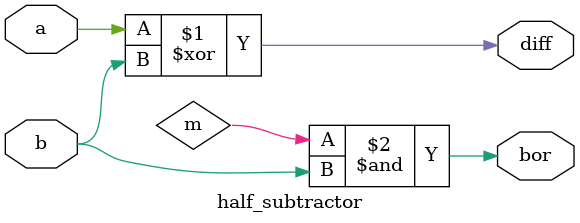
<source format=sv>
module half_subtractor (input logic a,b, output logic diff, bor);
logic m;
xor g1 (diff, a, b);
and g2 (bor, m, b);
not g3 (x, a);
endmodule

</source>
